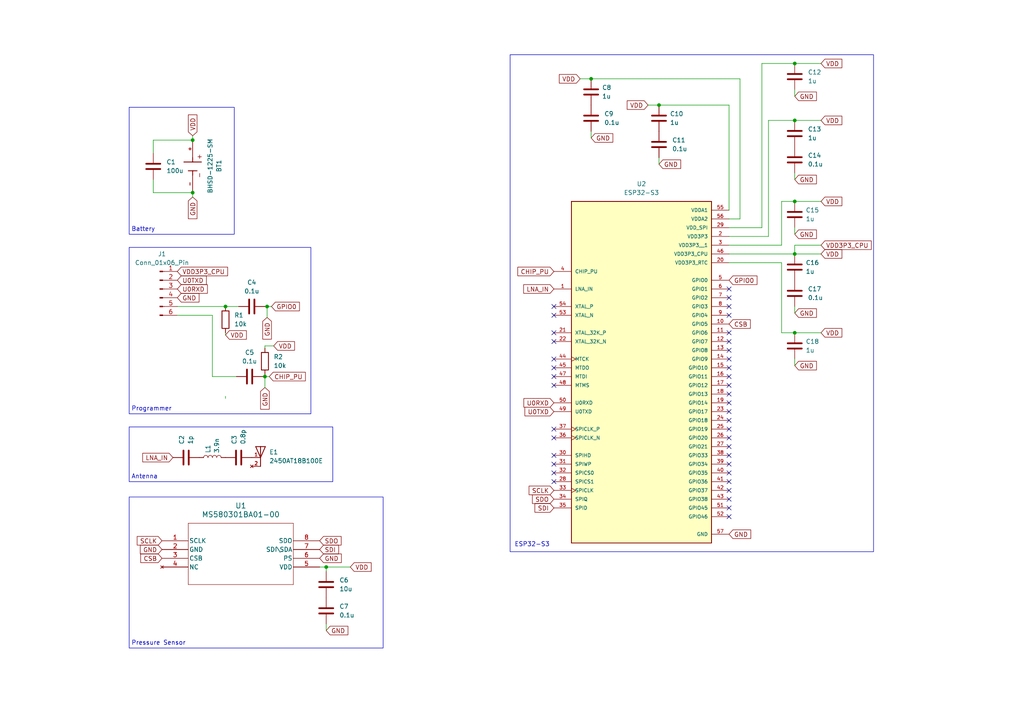
<source format=kicad_sch>
(kicad_sch (version 20230121) (generator eeschema)
  (paper "A4")
  (lib_symbols
    (symbol "Connector:Conn_01x06_Pin" (pin_names (offset 1.016) hide)
      (property "Reference" "J" (at 0 7.62 0))
      (property "Value" "Conn_01x06_Pin" (at 0 -10.16 0))
      (symbol "Conn_01x06_Pin_1_1"
        (polyline (pts (xy 1.27 -7.62) (xy 0.8636 -7.62)) (stroke (width 0.1524)))
        (polyline (pts (xy 1.27 -5.08) (xy 0.8636 -5.08)) (stroke (width 0.1524)))
        (polyline (pts (xy 1.27 -2.54) (xy 0.8636 -2.54)) (stroke (width 0.1524)))
        (polyline (pts (xy 1.27 0) (xy 0.8636 0)) (stroke (width 0.1524)))
        (polyline (pts (xy 1.27 2.54) (xy 0.8636 2.54)) (stroke (width 0.1524)))
        (polyline (pts (xy 1.27 5.08) (xy 0.8636 5.08)) (stroke (width 0.1524)))
        (rectangle (start 0.8636 -7.493) (end 0 -7.747) (stroke (width 0.1524)) (fill (type outline)))
        (rectangle (start 0.8636 -4.953) (end 0 -5.207) (stroke (width 0.1524)) (fill (type outline)))
        (rectangle (start 0.8636 -2.413) (end 0 -2.667) (stroke (width 0.1524)) (fill (type outline)))
        (rectangle (start 0.8636 0.127) (end 0 -0.127) (stroke (width 0.1524)) (fill (type outline)))
        (rectangle (start 0.8636 2.667) (end 0 2.413) (stroke (width 0.1524)) (fill (type outline)))
        (rectangle (start 0.8636 5.207) (end 0 4.953) (stroke (width 0.1524)) (fill (type outline)))
        (pin passive line (at 5.08 5.08 180) (length 3.81) (name "Pin_1") (number "1"))
        (pin passive line (at 5.08 2.54 180) (length 3.81) (name "Pin_2") (number "2"))
        (pin passive line (at 5.08 0 180) (length 3.81) (name "Pin_3") (number "3"))
        (pin passive line (at 5.08 -2.54 180) (length 3.81) (name "Pin_4") (number "4"))
        (pin passive line (at 5.08 -5.08 180) (length 3.81) (name "Pin_5") (number "5"))
        (pin passive line (at 5.08 -7.62 180) (length 3.81) (name "Pin_6") (number "6"))
      )
    )
    (symbol "Device:C" (pin_numbers hide) (pin_names (offset 0.254))
      (property "Reference" "C" (at 0.635 2.54 0))
      (property "Value" "C" (at 0.635 -2.54 0))
      (symbol "C_0_1"
        (polyline (pts (xy -2.032 -0.762) (xy 2.032 -0.762)) (stroke (width 0.508)))
        (polyline (pts (xy -2.032 0.762) (xy 2.032 0.762)) (stroke (width 0.508)))
      )
      (symbol "C_1_1"
        (pin passive line (at 0 3.81 270) (length 2.794) (name "~") (number "1"))
        (pin passive line (at 0 -3.81 90) (length 2.794) (name "~") (number "2"))
      )
    )
    (symbol "Device:L" (pin_numbers hide) (pin_names (offset 1.016) hide)
      (property "Reference" "L" (at -1.27 0 90))
      (property "Value" "L" (at 1.905 0 90))
      (symbol "L_0_1"
        (arc (start 0 -2.54) (mid 0.6323 -1.905) (end 0 -1.27))
        (arc (start 0 -1.27) (mid 0.6323 -0.635) (end 0 0))
        (arc (start 0 0) (mid 0.6323 0.635) (end 0 1.27))
        (arc (start 0 1.27) (mid 0.6323 1.905) (end 0 2.54))
      )
      (symbol "L_1_1"
        (pin passive line (at 0 3.81 270) (length 1.27) (name "1") (number "1"))
        (pin passive line (at 0 -3.81 90) (length 1.27) (name "2") (number "2"))
      )
    )
    (symbol "Device:R" (pin_numbers hide) (pin_names (offset 0))
      (property "Reference" "R" (at 2.032 0 90))
      (property "Value" "R" (at 0 0 90))
      (symbol "R_0_1"
        (rectangle (start -1.016 -2.54) (end 1.016 2.54) (stroke (width 0.254)))
      )
      (symbol "R_1_1"
        (pin passive line (at 0 3.81 270) (length 1.27) (name "~") (number "1"))
        (pin passive line (at 0 -3.81 90) (length 1.27) (name "~") (number "2"))
      )
    )
    (symbol "Pneumatactors:2450AT18B100E" (pin_names (offset 1.016))
      (property "Reference" "E" (at 2.0344 0.7629 0))
      (property "Value" "2450AT18B100E" (at 2.1628 -1.0178 0))
      (symbol "2450AT18B100E_0_0"
        (polyline (pts (xy -1.397 3.175) (xy 0 3.175)) (stroke (width 0.254)))
        (polyline (pts (xy 0 0) (xy -1.397 3.175)) (stroke (width 0.254)))
        (polyline (pts (xy 0 0) (xy 0 -2.54)) (stroke (width 0.254)))
        (polyline (pts (xy 0 3.175) (xy 0 0)) (stroke (width 0.254)))
        (polyline (pts (xy 0 3.175) (xy 1.397 3.175)) (stroke (width 0.254)))
        (polyline (pts (xy 1.397 3.175) (xy 0 0)) (stroke (width 0.254)))
        (pin passive line (at -2.54 0 0) (length 2.54) (name "~") (number "1"))
        (pin no_connect line (at -2.54 -2.54 0) (length 2.54) (name "~") (number "2"))
      )
    )
    (symbol "Pneumatactors:BHSD-1225-SM" (pin_names (offset 1.016))
      (property "Reference" "BT" (at -6.3614 3.8138 0))
      (property "Value" "BHSD-1225-SM" (at -6.3618 -6.3579 0))
      (symbol "BHSD-1225-SM_0_0"
        (polyline (pts (xy -3.302 2.032) (xy -2.286 2.032)) (stroke (width 0.1524)))
        (polyline (pts (xy -2.794 2.54) (xy -2.794 1.524)) (stroke (width 0.1524)))
        (polyline (pts (xy -2.54 0) (xy -1.27 0)) (stroke (width 0.254)))
        (polyline (pts (xy -1.27 0) (xy -1.27 -2.54)) (stroke (width 0.254)))
        (polyline (pts (xy -1.27 2.54) (xy -1.27 0)) (stroke (width 0.254)))
        (polyline (pts (xy 1.27 0) (xy 1.27 -1.27)) (stroke (width 0.254)))
        (polyline (pts (xy 1.27 0) (xy 2.54 0)) (stroke (width 0.254)))
        (polyline (pts (xy 1.27 1.27) (xy 1.27 0)) (stroke (width 0.254)))
        (polyline (pts (xy 2.032 2.032) (xy 3.048 2.032)) (stroke (width 0.1524)))
        (pin passive line (at -7.62 0 0) (length 5.08) (name "~") (number "+"))
        (pin passive line (at 7.62 0 180) (length 5.08) (name "~") (number "-"))
      )
    )
    (symbol "Pneumatactors:ESP32-S3" (pin_names (offset 1.016))
      (property "Reference" "U" (at -20.32 49.53 0))
      (property "Value" "ESP32-S3" (at -20.32 -52.07 0))
      (symbol "ESP32-S3_0_0"
        (rectangle (start -20.32 -50.8) (end 20.32 48.26) (stroke (width 0.254)) (fill (type background)))
        (pin bidirectional line (at -25.4 22.86 0) (length 5.08) (name "LNA_IN") (number "1"))
        (pin bidirectional line (at 25.4 12.7 180) (length 5.08) (name "GPIO5") (number "10"))
        (pin bidirectional line (at 25.4 10.16 180) (length 5.08) (name "GPIO6") (number "11"))
        (pin bidirectional line (at 25.4 7.62 180) (length 5.08) (name "GPIO7") (number "12"))
        (pin bidirectional line (at 25.4 5.08 180) (length 5.08) (name "GPIO8") (number "13"))
        (pin bidirectional line (at 25.4 2.54 180) (length 5.08) (name "GPIO9") (number "14"))
        (pin bidirectional line (at 25.4 0 180) (length 5.08) (name "GPIO10") (number "15"))
        (pin bidirectional line (at 25.4 -2.54 180) (length 5.08) (name "GPIO11") (number "16"))
        (pin bidirectional line (at 25.4 -5.08 180) (length 5.08) (name "GPIO12") (number "17"))
        (pin bidirectional line (at 25.4 -7.62 180) (length 5.08) (name "GPIO13") (number "18"))
        (pin bidirectional line (at 25.4 -10.16 180) (length 5.08) (name "GPIO14") (number "19"))
        (pin power_in line (at 25.4 38.1 180) (length 5.08) (name "VDD3P3") (number "2"))
        (pin power_in line (at 25.4 30.48 180) (length 5.08) (name "VDD3P3_RTC") (number "20"))
        (pin bidirectional line (at -25.4 10.16 0) (length 5.08) (name "XTAL_32K_P") (number "21"))
        (pin bidirectional line (at -25.4 7.62 0) (length 5.08) (name "XTAL_32K_N") (number "22"))
        (pin bidirectional line (at 25.4 -12.7 180) (length 5.08) (name "GPIO17") (number "23"))
        (pin bidirectional line (at 25.4 -15.24 180) (length 5.08) (name "GPIO18") (number "24"))
        (pin bidirectional line (at 25.4 -17.78 180) (length 5.08) (name "GPIO19") (number "25"))
        (pin bidirectional line (at 25.4 -20.32 180) (length 5.08) (name "GPIO20") (number "26"))
        (pin bidirectional line (at 25.4 -22.86 180) (length 5.08) (name "GPIO21") (number "27"))
        (pin bidirectional line (at -25.4 -33.02 0) (length 5.08) (name "SPICS1") (number "28"))
        (pin power_in line (at 25.4 40.64 180) (length 5.08) (name "VDD_SPI") (number "29"))
        (pin power_in line (at 25.4 35.56 180) (length 5.08) (name "VDD3P3__1") (number "3"))
        (pin bidirectional line (at -25.4 -25.4 0) (length 5.08) (name "SPIHD") (number "30"))
        (pin bidirectional line (at -25.4 -27.94 0) (length 5.08) (name "SPIWP") (number "31"))
        (pin bidirectional line (at -25.4 -30.48 0) (length 5.08) (name "SPICS0") (number "32"))
        (pin bidirectional clock (at -25.4 -35.56 0) (length 5.08) (name "SPICLK") (number "33"))
        (pin bidirectional line (at -25.4 -38.1 0) (length 5.08) (name "SPIQ") (number "34"))
        (pin bidirectional line (at -25.4 -40.64 0) (length 5.08) (name "SPID") (number "35"))
        (pin bidirectional clock (at -25.4 -20.32 0) (length 5.08) (name "SPICLK_N") (number "36"))
        (pin bidirectional clock (at -25.4 -17.78 0) (length 5.08) (name "SPICLK_P") (number "37"))
        (pin bidirectional line (at 25.4 -25.4 180) (length 5.08) (name "GPIO33") (number "38"))
        (pin bidirectional line (at 25.4 -27.94 180) (length 5.08) (name "GPIO34") (number "39"))
        (pin input line (at -25.4 27.94 0) (length 5.08) (name "CHIP_PU") (number "4"))
        (pin bidirectional line (at 25.4 -30.48 180) (length 5.08) (name "GPIO35") (number "40"))
        (pin bidirectional line (at 25.4 -33.02 180) (length 5.08) (name "GPIO36") (number "41"))
        (pin bidirectional line (at 25.4 -35.56 180) (length 5.08) (name "GPIO37") (number "42"))
        (pin bidirectional line (at 25.4 -38.1 180) (length 5.08) (name "GPIO38") (number "43"))
        (pin bidirectional clock (at -25.4 2.54 0) (length 5.08) (name "MTCK") (number "44"))
        (pin bidirectional line (at -25.4 0 0) (length 5.08) (name "MTDO") (number "45"))
        (pin power_in line (at 25.4 33.02 180) (length 5.08) (name "VDD3P3_CPU") (number "46"))
        (pin bidirectional line (at -25.4 -2.54 0) (length 5.08) (name "MTDI") (number "47"))
        (pin bidirectional line (at -25.4 -5.08 0) (length 5.08) (name "MTMS") (number "48"))
        (pin bidirectional line (at -25.4 -12.7 0) (length 5.08) (name "U0TXD") (number "49"))
        (pin bidirectional line (at 25.4 25.4 180) (length 5.08) (name "GPIO0") (number "5"))
        (pin bidirectional line (at -25.4 -10.16 0) (length 5.08) (name "U0RXD") (number "50"))
        (pin bidirectional line (at 25.4 -40.64 180) (length 5.08) (name "GPIO45") (number "51"))
        (pin bidirectional line (at 25.4 -43.18 180) (length 5.08) (name "GPIO46") (number "52"))
        (pin output line (at -25.4 15.24 0) (length 5.08) (name "XTAL_N") (number "53"))
        (pin input line (at -25.4 17.78 0) (length 5.08) (name "XTAL_P") (number "54"))
        (pin power_in line (at 25.4 45.72 180) (length 5.08) (name "VDDA1") (number "55"))
        (pin power_in line (at 25.4 43.18 180) (length 5.08) (name "VDDA2") (number "56"))
        (pin power_in line (at 25.4 -48.26 180) (length 5.08) (name "GND") (number "57"))
        (pin bidirectional line (at 25.4 22.86 180) (length 5.08) (name "GPIO1") (number "6"))
        (pin bidirectional line (at 25.4 20.32 180) (length 5.08) (name "GPIO2") (number "7"))
        (pin bidirectional line (at 25.4 17.78 180) (length 5.08) (name "GPIO3") (number "8"))
        (pin bidirectional line (at 25.4 15.24 180) (length 5.08) (name "GPIO4") (number "9"))
      )
    )
    (symbol "Pneumatactors:MS580301BA01-00" (pin_names (offset 0.254))
      (property "Reference" "U" (at 22.86 10.16 0))
      (property "Value" "MS580301BA01-00" (at 22.86 7.62 0))
      (symbol "MS580301BA01-00_0_1"
        (polyline (pts (xy 7.62 -12.7) (xy 38.1 -12.7)) (stroke (width 0.127)))
        (polyline (pts (xy 7.62 5.08) (xy 7.62 -12.7)) (stroke (width 0.127)))
        (polyline (pts (xy 38.1 -12.7) (xy 38.1 5.08)) (stroke (width 0.127)))
        (polyline (pts (xy 38.1 5.08) (xy 7.62 5.08)) (stroke (width 0.127)))
        (pin input line (at 0 0 0) (length 7.62) (name "SCLK") (number "1"))
        (pin power_out line (at 0 -2.54 0) (length 7.62) (name "GND") (number "2"))
        (pin input line (at 0 -5.08 0) (length 7.62) (name "CSB") (number "3"))
        (pin no_connect line (at 0 -7.62 0) (length 7.62) (name "NC") (number "4"))
        (pin power_in line (at 45.72 -7.62 180) (length 7.62) (name "VDD") (number "5"))
        (pin input line (at 45.72 -5.08 180) (length 7.62) (name "PS") (number "6"))
        (pin input line (at 45.72 -2.54 180) (length 7.62) (name "SDI\\SDA") (number "7"))
        (pin output line (at 45.72 0 180) (length 7.62) (name "SDO") (number "8"))
      )
    )
  )
  (junction (at 230.505 58.42))
  (junction (at 191.135 30.48))
  (junction (at 65.405 88.9))
  (junction (at 171.45 22.86))
  (junction (at 230.505 34.925))
  (junction (at 230.505 73.66))
  (junction (at 94.615 164.465))
  (junction (at 76.835 109.22))
  (junction (at 230.505 96.52))
  (junction (at 55.88 40.64))
  (junction (at 55.88 55.88))
  (junction (at 77.47 88.9))
  (junction (at 230.505 18.415))
  (no_connect (at 160.655 132.08))
  (no_connect (at 211.455 142.24))
  (no_connect (at 211.455 111.76))
  (no_connect (at 211.455 99.06))
  (no_connect (at 211.455 121.92))
  (no_connect (at 211.455 144.78))
  (no_connect (at 211.455 106.68))
  (no_connect (at 211.455 96.52))
  (no_connect (at 160.655 91.44))
  (no_connect (at 160.655 109.22))
  (no_connect (at 211.455 124.46))
  (no_connect (at 211.455 129.54))
  (no_connect (at 211.455 119.38))
  (no_connect (at 160.655 134.62))
  (no_connect (at 211.455 88.9))
  (no_connect (at 160.655 99.06))
  (no_connect (at 211.455 132.08))
  (no_connect (at 211.455 134.62))
  (no_connect (at 160.655 96.52))
  (no_connect (at 211.455 114.3))
  (no_connect (at 160.655 88.9))
  (no_connect (at 211.455 149.86))
  (no_connect (at 211.455 109.22))
  (no_connect (at 160.655 104.14))
  (no_connect (at 160.655 106.68))
  (no_connect (at 160.655 137.16))
  (no_connect (at 160.655 111.76))
  (no_connect (at 160.655 124.46))
  (no_connect (at 211.455 139.7))
  (no_connect (at 211.455 127))
  (no_connect (at 211.455 116.84))
  (no_connect (at 211.455 86.36))
  (no_connect (at 211.455 147.32))
  (no_connect (at 211.455 83.82))
  (no_connect (at 211.455 91.44))
  (no_connect (at 160.655 127))
  (no_connect (at 160.655 139.7))
  (no_connect (at 211.455 101.6))
  (no_connect (at 211.455 137.16))
  (no_connect (at 211.455 104.14))
  (wire (pts (xy 226.695 71.12) (xy 226.695 58.42)))
  (wire (pts (xy 76.835 100.33) (xy 79.375 100.33)))
  (wire (pts (xy 77.47 92.075) (xy 77.47 88.9)))
  (wire (pts (xy 230.505 104.14) (xy 230.505 106.045)))
  (wire (pts (xy 76.835 112.395) (xy 76.835 109.22)))
  (wire (pts (xy 230.505 27.94) (xy 230.505 26.035)))
  (wire (pts (xy 230.505 34.925) (xy 222.885 34.925)))
  (wire (pts (xy 94.615 164.465) (xy 92.71 164.465)))
  (wire (pts (xy 211.455 71.12) (xy 226.695 71.12)))
  (wire (pts (xy 222.885 34.925) (xy 222.885 68.58)))
  (wire (pts (xy 238.125 34.925) (xy 230.505 34.925)))
  (wire (pts (xy 238.125 73.66) (xy 230.505 73.66)))
  (wire (pts (xy 238.125 96.52) (xy 230.505 96.52)))
  (wire (pts (xy 65.405 115.57) (xy 65.405 114.935)))
  (wire (pts (xy 238.125 58.42) (xy 230.505 58.42)))
  (wire (pts (xy 211.455 30.48) (xy 191.135 30.48)))
  (wire (pts (xy 171.45 22.86) (xy 214.63 22.86)))
  (wire (pts (xy 44.45 40.64) (xy 55.88 40.64)))
  (wire (pts (xy 220.98 18.415) (xy 230.505 18.415)))
  (wire (pts (xy 222.885 68.58) (xy 211.455 68.58)))
  (wire (pts (xy 191.135 47.625) (xy 191.135 45.72)))
  (wire (pts (xy 214.63 63.5) (xy 214.63 22.86)))
  (wire (pts (xy 220.98 18.415) (xy 220.98 66.04)))
  (wire (pts (xy 61.595 109.22) (xy 68.58 109.22)))
  (wire (pts (xy 44.45 44.45) (xy 44.45 40.64)))
  (wire (pts (xy 226.695 58.42) (xy 230.505 58.42)))
  (wire (pts (xy 61.595 91.44) (xy 61.595 109.22)))
  (wire (pts (xy 94.615 165.735) (xy 94.615 164.465)))
  (wire (pts (xy 230.505 66.04) (xy 230.505 67.945)))
  (wire (pts (xy 77.47 88.9) (xy 78.74 88.9)))
  (wire (pts (xy 230.505 71.12) (xy 230.505 73.66)))
  (wire (pts (xy 76.835 100.33) (xy 76.835 100.965)))
  (wire (pts (xy 44.45 55.88) (xy 55.88 55.88)))
  (wire (pts (xy 171.45 40.005) (xy 171.45 38.1)))
  (wire (pts (xy 211.455 60.96) (xy 211.455 30.48)))
  (wire (pts (xy 220.98 66.04) (xy 211.455 66.04)))
  (wire (pts (xy 94.615 182.88) (xy 94.615 180.975)))
  (wire (pts (xy 76.835 88.9) (xy 77.47 88.9)))
  (wire (pts (xy 211.455 63.5) (xy 214.63 63.5)))
  (wire (pts (xy 211.455 76.2) (xy 226.695 76.2)))
  (wire (pts (xy 65.405 88.9) (xy 69.215 88.9)))
  (wire (pts (xy 76.835 109.22) (xy 78.105 109.22)))
  (wire (pts (xy 187.96 30.48) (xy 191.135 30.48)))
  (wire (pts (xy 226.695 76.2) (xy 226.695 96.52)))
  (wire (pts (xy 44.45 52.07) (xy 44.45 55.88)))
  (wire (pts (xy 230.505 73.66) (xy 211.455 73.66)))
  (wire (pts (xy 76.2 109.22) (xy 76.835 109.22)))
  (wire (pts (xy 226.695 96.52) (xy 230.505 96.52)))
  (wire (pts (xy 230.505 52.07) (xy 230.505 50.165)))
  (wire (pts (xy 65.405 88.9) (xy 51.435 88.9)))
  (wire (pts (xy 51.435 91.44) (xy 61.595 91.44)))
  (wire (pts (xy 76.835 108.585) (xy 76.835 109.22)))
  (wire (pts (xy 55.88 57.15) (xy 55.88 55.88)))
  (wire (pts (xy 55.88 39.37) (xy 55.88 40.64)))
  (wire (pts (xy 238.125 71.12) (xy 230.505 71.12)))
  (wire (pts (xy 238.125 18.415) (xy 230.505 18.415)))
  (wire (pts (xy 65.405 97.155) (xy 65.405 96.52)))
  (wire (pts (xy 101.6 164.465) (xy 94.615 164.465)))
  (wire (pts (xy 168.275 22.86) (xy 171.45 22.86)))
  (wire (pts (xy 230.505 90.805) (xy 230.505 88.9)))
  (rectangle (start 37.465 123.825) (end 96.52 139.7))
  (rectangle (start 37.465 71.755) (end 90.17 120.015))
  (rectangle (start 37.465 144.145) (end 111.125 187.96))
  (rectangle (start 147.955 15.875) (end 253.365 160.02))
  (rectangle (start 37.465 31.115) (end 67.945 67.945))
  (text "Battery" (at 38.1 67.31 0) (effects (font (size 1.27 1.27)) (justify left bottom)))
  (text "Antenna" (at 38.1 139.065 0) (effects (font (size 1.27 1.27)) (justify left bottom)))
  (text "Programmer" (at 38.1 119.38 0) (effects (font (size 1.27 1.27)) (justify left bottom)))
  (text "ESP32-S3" (at 149.225 158.75 0) (effects (font (size 1.27 1.27)) (justify left bottom)))
  (text "Pressure Sensor" (at 38.1 187.325 0) (effects (font (size 1.27 1.27)) (justify left bottom)))
  (global_label "VDD" (shape input) (at 55.88 39.37 90) (property "Intersheetrefs" "${INTERSHEET_REFS}" (effects hide)))
  (global_label "CSB" (shape input) (at 46.99 161.925 180) (property "Intersheetrefs" "${INTERSHEET_REFS}" (effects hide)))
  (global_label "GND" (shape input) (at 94.615 182.88 0) (property "Intersheetrefs" "${INTERSHEET_REFS}" (effects hide)))
  (global_label "U0RXD" (shape input) (at 51.435 83.82 0) (property "Intersheetrefs" "${INTERSHEET_REFS}" (effects hide)))
  (global_label "SDO" (shape input) (at 160.655 144.78 180) (property "Intersheetrefs" "${INTERSHEET_REFS}" (effects hide)))
  (global_label "GND" (shape input) (at 230.505 67.945 0) (property "Intersheetrefs" "${INTERSHEET_REFS}" (effects hide)))
  (global_label "GPIO0" (shape input) (at 211.455 81.28 0) (property "Intersheetrefs" "${INTERSHEET_REFS}" (effects hide)))
  (global_label "CHIP_PU" (shape input) (at 160.655 78.74 180) (property "Intersheetrefs" "${INTERSHEET_REFS}" (effects hide)))
  (global_label "VDD3P3_CPU" (shape input) (at 51.435 78.74 0) (property "Intersheetrefs" "${INTERSHEET_REFS}" (effects hide)))
  (global_label "LNA_IN" (shape input) (at 50.165 132.715 180) (property "Intersheetrefs" "${INTERSHEET_REFS}" (effects hide)))
  (global_label "VDD" (shape input) (at 238.125 18.415 0) (property "Intersheetrefs" "${INTERSHEET_REFS}" (effects hide)))
  (global_label "SDO" (shape input) (at 92.71 156.845 0) (property "Intersheetrefs" "${INTERSHEET_REFS}" (effects hide)))
  (global_label "VDD" (shape input) (at 238.125 73.66 0) (property "Intersheetrefs" "${INTERSHEET_REFS}" (effects hide)))
  (global_label "VDD" (shape input) (at 65.405 97.155 0) (property "Intersheetrefs" "${INTERSHEET_REFS}" (effects hide)))
  (global_label "GND" (shape input) (at 55.88 57.15 270) (property "Intersheetrefs" "${INTERSHEET_REFS}" (effects hide)))
  (global_label "GND" (shape input) (at 51.435 86.36 0) (property "Intersheetrefs" "${INTERSHEET_REFS}" (effects hide)))
  (global_label "GND" (shape input) (at 46.99 159.385 180) (property "Intersheetrefs" "${INTERSHEET_REFS}" (effects hide)))
  (global_label "GND" (shape input) (at 77.47 92.075 270) (property "Intersheetrefs" "${INTERSHEET_REFS}" (effects hide)))
  (global_label "SCLK" (shape input) (at 46.99 156.845 180) (property "Intersheetrefs" "${INTERSHEET_REFS}" (effects hide)))
  (global_label "GND" (shape input) (at 76.835 112.395 270) (property "Intersheetrefs" "${INTERSHEET_REFS}" (effects hide)))
  (global_label "GPIO0" (shape input) (at 78.74 88.9 0) (property "Intersheetrefs" "${INTERSHEET_REFS}" (effects hide)))
  (global_label "GND" (shape input) (at 92.71 161.925 0) (property "Intersheetrefs" "${INTERSHEET_REFS}" (effects hide)))
  (global_label "SCLK" (shape input) (at 160.655 142.24 180) (property "Intersheetrefs" "${INTERSHEET_REFS}" (effects hide)))
  (global_label "U0RXD" (shape input) (at 160.655 116.84 180) (property "Intersheetrefs" "${INTERSHEET_REFS}" (effects hide)))
  (global_label "U0TXD" (shape input) (at 160.655 119.38 180) (property "Intersheetrefs" "${INTERSHEET_REFS}" (effects hide)))
  (global_label "VDD" (shape input) (at 79.375 100.33 0) (property "Intersheetrefs" "${INTERSHEET_REFS}" (effects hide)))
  (global_label "VDD" (shape input) (at 238.125 96.52 0) (property "Intersheetrefs" "${INTERSHEET_REFS}" (effects hide)))
  (global_label "GND" (shape input) (at 211.455 154.94 0) (property "Intersheetrefs" "${INTERSHEET_REFS}" (effects hide)))
  (global_label "GND" (shape input) (at 230.505 106.045 0) (property "Intersheetrefs" "${INTERSHEET_REFS}" (effects hide)))
  (global_label "CHIP_PU" (shape input) (at 78.105 109.22 0) (property "Intersheetrefs" "${INTERSHEET_REFS}" (effects hide)))
  (global_label "CSB" (shape input) (at 211.455 93.98 0) (property "Intersheetrefs" "${INTERSHEET_REFS}" (effects hide)))
  (global_label "SDI" (shape input) (at 92.71 159.385 0) (property "Intersheetrefs" "${INTERSHEET_REFS}" (effects hide)))
  (global_label "VDD" (shape input) (at 238.125 58.42 0) (property "Intersheetrefs" "${INTERSHEET_REFS}" (effects hide)))
  (global_label "LNA_IN" (shape input) (at 160.655 83.82 180) (property "Intersheetrefs" "${INTERSHEET_REFS}" (effects hide)))
  (global_label "VDD" (shape input) (at 238.125 34.925 0) (property "Intersheetrefs" "${INTERSHEET_REFS}" (effects hide)))
  (global_label "GND" (shape input) (at 230.505 90.805 0) (property "Intersheetrefs" "${INTERSHEET_REFS}" (effects hide)))
  (global_label "GND" (shape input) (at 171.45 40.005 0) (property "Intersheetrefs" "${INTERSHEET_REFS}" (effects hide)))
  (global_label "GND" (shape input) (at 191.135 47.625 0) (property "Intersheetrefs" "${INTERSHEET_REFS}" (effects hide)))
  (global_label "VDD" (shape input) (at 101.6 164.465 0) (property "Intersheetrefs" "${INTERSHEET_REFS}" (effects hide)))
  (global_label "GND" (shape input) (at 230.505 27.94 0) (property "Intersheetrefs" "${INTERSHEET_REFS}" (effects hide)))
  (global_label "VDD" (shape input) (at 168.275 22.86 180) (property "Intersheetrefs" "${INTERSHEET_REFS}" (effects hide)))
  (global_label "VDD" (shape input) (at 187.96 30.48 180) (property "Intersheetrefs" "${INTERSHEET_REFS}" (effects hide)))
  (global_label "U0TXD" (shape input) (at 51.435 81.28 0) (property "Intersheetrefs" "${INTERSHEET_REFS}" (effects hide)))
  (global_label "SDI" (shape input) (at 160.655 147.32 180) (property "Intersheetrefs" "${INTERSHEET_REFS}" (effects hide)))
  (global_label "VDD3P3_CPU" (shape input) (at 238.125 71.12 0) (property "Intersheetrefs" "${INTERSHEET_REFS}" (effects hide)))
  (global_label "GND" (shape input) (at 230.505 52.07 0) (property "Intersheetrefs" "${INTERSHEET_REFS}" (effects hide)))
  (symbol (lib_id "Device:C") (at 230.505 100.33 180) (unit 1)
    (property "Reference" "C18" (at 233.68 99.06 0) (effects (justify right)))
    (property "Value" "1u" (at 233.68 101.6 0) (effects (justify right)))
    (property "Footprint" "Capacitor_SMD:C_0603_1608Metric_Pad1.08x0.95mm_HandSolder" (effects hide))
  )
  (symbol (lib_id "Device:C") (at 44.45 48.26 180) (unit 1)
    (property "Reference" "C1" (at 48.26 46.99 0) (effects (justify right)))
    (property "Value" "100u" (at 48.26 49.53 0) (effects (justify right)))
    (property "Footprint" "Capacitor_SMD:C_0805_2012Metric_Pad1.18x1.45mm_HandSolder" (effects hide))
  )
  (symbol (lib_id "Device:C") (at 230.505 46.355 180) (unit 1)
    (property "Reference" "C14" (at 234.315 45.085 0) (effects (justify right)))
    (property "Value" "0.1u" (at 234.315 47.625 0) (effects (justify right)))
    (property "Footprint" "Capacitor_SMD:C_0603_1608Metric_Pad1.08x0.95mm_HandSolder" (effects hide))
  )
  (symbol (lib_id "Device:C") (at 53.975 132.715 90) (unit 1)
    (property "Reference" "C2" (at 52.705 128.905 0) (effects (justify left)))
    (property "Value" "1p" (at 55.245 128.905 0) (effects (justify left)))
    (property "Footprint" "Capacitor_SMD:C_0402_1005Metric_Pad0.74x0.62mm_HandSolder" (effects hide))
  )
  (symbol (lib_id "Pneumatactors:ESP32-S3") (at 186.055 106.68 0) (unit 1)
    (property "Reference" "U2" (at 186.055 53.34 0))
    (property "Value" "ESP32-S3" (at 186.055 55.88 0))
    (property "Footprint" "Pneumatactors:IC_ESP32-S3" (effects hide))
    (property "PARTREV" "v1.2" (effects hide))
    (property "STANDARD" "Manufacturer Recommendations" (effects hide))
    (property "SNAPEDA_PN" "ESP32-S3" (effects hide))
    (property "MAXIMUM_PACKAGE_HEIGHT" "0.9mm" (effects hide))
    (property "MANUFACTURER" "ESPRESSIF" (effects hide))
  )
  (symbol (lib_id "Device:C") (at 191.135 34.29 180) (unit 1)
    (property "Reference" "C10" (at 194.31 33.02 0) (effects (justify right)))
    (property "Value" "1u" (at 194.31 35.56 0) (effects (justify right)))
    (property "Footprint" "Capacitor_SMD:C_0603_1608Metric_Pad1.08x0.95mm_HandSolder" (effects hide))
  )
  (symbol (lib_id "Device:C") (at 230.505 38.735 180) (unit 1)
    (property "Reference" "C13" (at 234.315 37.465 0) (effects (justify right)))
    (property "Value" "1u" (at 234.315 40.005 0) (effects (justify right)))
    (property "Footprint" "Capacitor_SMD:C_0603_1608Metric_Pad1.08x0.95mm_HandSolder" (effects hide))
  )
  (symbol (lib_id "Device:C") (at 69.215 132.715 90) (unit 1)
    (property "Reference" "C3" (at 67.945 128.905 0) (effects (justify left)))
    (property "Value" "0.8p" (at 70.485 128.905 0) (effects (justify left)))
    (property "Footprint" "Capacitor_SMD:C_0402_1005Metric_Pad0.74x0.62mm_HandSolder" (effects hide))
  )
  (symbol (lib_id "Pneumatactors:2450AT18B100E") (at 75.565 132.715 0) (unit 1)
    (property "Reference" "E1" (at 78.105 131.1275 0) (effects (justify left)))
    (property "Value" "2450AT18B100E" (at 78.105 133.6675 0) (effects (justify left)))
    (property "Footprint" "Pneumatactors:XDCR_2450AT18B100E" (effects hide))
    (property "SnapEDA_Link" "https://www.snapeda.com/parts/2450AT18B100E/Johanson/view-part/?ref=snap" (effects hide))
    (property "MAXIMUM_PACKAGE_HEIGHT" "1.4 mm" (effects hide))
    (property "Package" "None" (effects hide))
    (property "Check_prices" "https://www.snapeda.com/parts/2450AT18B100E/Johanson/view-part/?ref=eda" (effects hide))
    (property "STANDARD" "Manufacturer Recommendation" (effects hide))
    (property "PARTREV" "4.0" (effects hide))
    (property "MF" "Johanson Technology" (effects hide))
    (property "MP" "2450AT18B100E" (effects hide))
    (property "Description" "\n                        \n                            2.4GHz - Chip RF Antenna 2.4GHz ~ 2.5GHz 0.5dBi Solder Surface Mount\n                        \n" (effects hide))
    (property "MANUFACTURER" "Johanson Technology" (effects hide))
  )
  (symbol (lib_id "Device:C") (at 230.505 85.09 180) (unit 1)
    (property "Reference" "C17" (at 234.315 83.82 0) (effects (justify right)))
    (property "Value" "0.1u" (at 234.315 86.36 0) (effects (justify right)))
    (property "Footprint" "Capacitor_SMD:C_0603_1608Metric_Pad1.08x0.95mm_HandSolder" (effects hide))
  )
  (symbol (lib_id "Device:C") (at 191.135 41.91 180) (unit 1)
    (property "Reference" "C11" (at 194.945 40.64 0) (effects (justify right)))
    (property "Value" "0.1u" (at 194.945 43.18 0) (effects (justify right)))
    (property "Footprint" "Capacitor_SMD:C_0603_1608Metric_Pad1.08x0.95mm_HandSolder" (effects hide))
  )
  (symbol (lib_id "Device:R") (at 65.405 92.71 0) (unit 1)
    (property "Reference" "R1" (at 67.945 91.44 0) (effects (justify left)))
    (property "Value" "10k" (at 67.945 93.98 0) (effects (justify left)))
    (property "Footprint" "Resistor_SMD:R_0603_1608Metric_Pad0.98x0.95mm_HandSolder" (effects hide))
  )
  (symbol (lib_id "Pneumatactors:BHSD-1225-SM") (at 55.88 48.26 270) (unit 1)
    (property "Reference" "BT1" (at 63.5 48.133 0))
    (property "Value" "BHSD-1225-SM" (at 60.96 48.133 0))
    (property "Footprint" "Pneumatactors:BAT_BHSD-1225-SM" (effects hide))
    (property "PARTREV" "E" (effects hide))
    (property "STANDARD" "Manufacturer Recommendations" (effects hide))
    (property "MAXIMUM_PACKAGE_HEIGHT" "5.03 mm" (effects hide))
    (property "MANUFACTURER" "MPD" (effects hide))
  )
  (symbol (lib_id "Device:C") (at 94.615 177.165 180) (unit 1)
    (property "Reference" "C7" (at 98.425 175.895 0) (effects (justify right)))
    (property "Value" "0.1u" (at 98.425 178.435 0) (effects (justify right)))
    (property "Footprint" "Capacitor_SMD:C_0603_1608Metric_Pad1.08x0.95mm_HandSolder" (effects hide))
  )
  (symbol (lib_id "Pneumatactors:MS580301BA01-00") (at 46.99 156.845 0) (unit 1)
    (property "Reference" "U1" (at 69.85 146.685 0) (effects (font (size 1.524 1.524))))
    (property "Value" "MS580301BA01-00" (at 69.85 149.225 0) (effects (font (size 1.524 1.524))))
    (property "Footprint" "Pneumatactors:MS5803-01BA01_TEC" (effects hide))
    (property "Datasheet" "MS580301BA01-00" (effects hide))
  )
  (symbol (lib_id "Device:C") (at 72.39 109.22 270) (unit 1)
    (property "Reference" "C5" (at 72.39 102.235 90))
    (property "Value" "0.1u" (at 72.39 104.775 90))
    (property "Footprint" "Capacitor_SMD:C_0603_1608Metric_Pad1.08x0.95mm_HandSolder" (effects hide))
  )
  (symbol (lib_id "Device:C") (at 230.505 62.23 180) (unit 1)
    (property "Reference" "C15" (at 233.68 60.96 0) (effects (justify right)))
    (property "Value" "1u" (at 233.68 63.5 0) (effects (justify right)))
    (property "Footprint" "Capacitor_SMD:C_0603_1608Metric_Pad1.08x0.95mm_HandSolder" (effects hide))
  )
  (symbol (lib_id "Device:C") (at 73.025 88.9 270) (unit 1)
    (property "Reference" "C4" (at 73.025 81.915 90))
    (property "Value" "0.1u" (at 73.025 84.455 90))
    (property "Footprint" "Capacitor_SMD:C_0603_1608Metric_Pad1.08x0.95mm_HandSolder" (effects hide))
  )
  (symbol (lib_id "Device:R") (at 76.835 104.775 0) (unit 1)
    (property "Reference" "R2" (at 79.375 103.505 0) (effects (justify left)))
    (property "Value" "10k" (at 79.375 106.045 0) (effects (justify left)))
    (property "Footprint" "Resistor_SMD:R_0603_1608Metric_Pad0.98x0.95mm_HandSolder" (effects hide))
  )
  (symbol (lib_id "Device:L") (at 61.595 132.715 90) (unit 1)
    (property "Reference" "L1" (at 60.325 131.445 0) (effects (justify left)))
    (property "Value" "3.9n" (at 62.865 131.445 0) (effects (justify left)))
    (property "Footprint" "Inductor_SMD:L_0402_1005Metric_Pad0.77x0.64mm_HandSolder" (effects hide))
  )
  (symbol (lib_id "Device:C") (at 94.615 169.545 180) (unit 1)
    (property "Reference" "C6" (at 98.425 168.275 0) (effects (justify right)))
    (property "Value" "10u" (at 98.425 170.815 0) (effects (justify right)))
    (property "Footprint" "Capacitor_SMD:C_0603_1608Metric_Pad1.08x0.95mm_HandSolder" (effects hide))
  )
  (symbol (lib_id "Connector:Conn_01x06_Pin") (at 46.355 83.82 0) (unit 1)
    (property "Reference" "J1" (at 46.99 73.66 0))
    (property "Value" "Conn_01x06_Pin" (at 46.99 76.2 0))
    (property "Footprint" "Connector_PinHeader_2.54mm:PinHeader_1x06_P2.54mm_Vertical_SMD_Pin1Left" (effects hide))
  )
  (symbol (lib_id "Device:C") (at 171.45 26.67 180) (unit 1)
    (property "Reference" "C8" (at 174.625 25.4 0) (effects (justify right)))
    (property "Value" "1u" (at 174.625 27.94 0) (effects (justify right)))
    (property "Footprint" "Capacitor_SMD:C_0603_1608Metric_Pad1.08x0.95mm_HandSolder" (effects hide))
  )
  (symbol (lib_id "Device:C") (at 171.45 34.29 180) (unit 1)
    (property "Reference" "C9" (at 175.26 33.02 0) (effects (justify right)))
    (property "Value" "0.1u" (at 175.26 35.56 0) (effects (justify right)))
    (property "Footprint" "Capacitor_SMD:C_0603_1608Metric_Pad1.08x0.95mm_HandSolder" (effects hide))
  )
  (symbol (lib_id "Device:C") (at 230.505 22.225 180) (unit 1)
    (property "Reference" "C12" (at 234.315 20.955 0) (effects (justify right)))
    (property "Value" "1u" (at 234.315 23.495 0) (effects (justify right)))
    (property "Footprint" "Capacitor_SMD:C_0603_1608Metric_Pad1.08x0.95mm_HandSolder" (effects hide))
  )
  (symbol (lib_id "Device:C") (at 230.505 77.47 180) (unit 1)
    (property "Reference" "C16" (at 233.68 76.2 0) (effects (justify right)))
    (property "Value" "1u" (at 233.68 78.74 0) (effects (justify right)))
    (property "Footprint" "Capacitor_SMD:C_0603_1608Metric_Pad1.08x0.95mm_HandSolder" (effects hide))
  )
)
</source>
